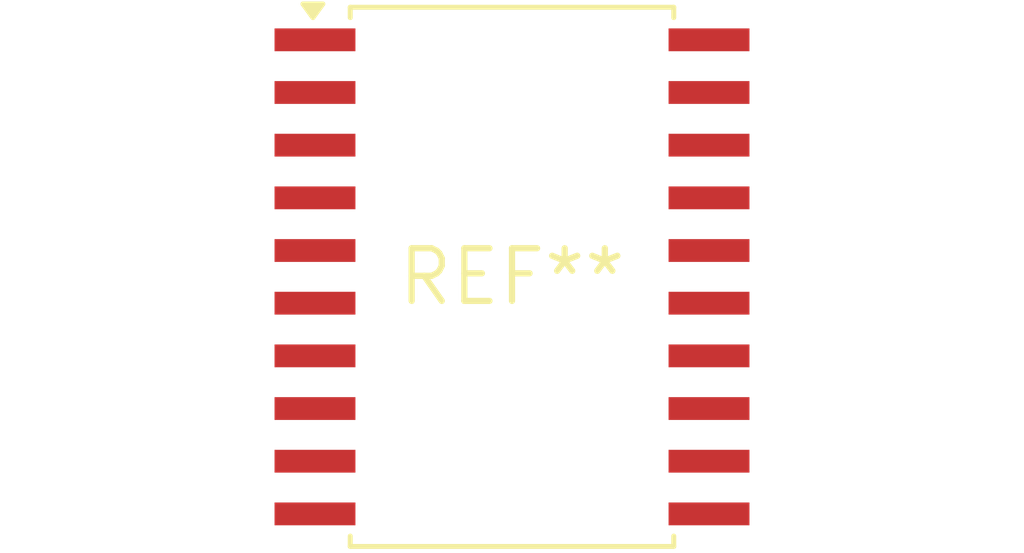
<source format=kicad_pcb>
(kicad_pcb (version 20240108) (generator pcbnew)
  (layers (0 "F.Cu" signal) (31 "B.Cu" signal) (34 "B.Paste" user) (35 "F.Paste" user) (36 "B.SilkS" user "B.Silkscreen") (37 "F.SilkS" user "F.Silkscreen") (38 "B.Mask" user) (39 "F.Mask" user) (44 "Edge.Cuts" user))
  (net 0 "")
  (footprint "Infineon_PG-DSO-20-32" (layer "F.Cu") (at 0 0)
    (property "Reference" "REF**")
    (property "Value" "Infineon_PG-DSO-20-32")
    (fp_line (start -3.9 -6.5) (end 3.9 -6.5) (layer "F.SilkS") (stroke (width 0.12)))
    (fp_line (start -3.9 -6.25) (end -3.9 -6.5) (layer "F.SilkS") (stroke (width 0.12)))
    (fp_line (start -3.9 6.5) (end -3.9 6.25) (layer "F.SilkS") (stroke (width 0.12)))
    (fp_line (start 3.9 -6.25) (end 3.9 -6.5) (layer "F.SilkS") (stroke (width 0.12)))
    (fp_line (start 3.9 6.5) (end -3.9 6.5) (layer "F.SilkS") (stroke (width 0.12)))
    (fp_line (start 3.9 6.5) (end 3.9 6.25) (layer "F.SilkS") (stroke (width 0.12)))
    (fp_poly (pts (xy -4.8 -6.25) (xy -5.04 -6.58) (xy -4.56 -6.58) (xy -4.8 -6.25)) (layer "F.SilkS") (stroke (width 0.12)) (fill solid))
    (pad "1" smd rect (at -4.75 -5.715 90) (size 0.55 1.95) (layers "F.Cu" "F.Paste" "F.Mask"))
    (pad "2" smd rect (at -4.75 -4.445 90) (size 0.55 1.95) (layers "F.Cu" "F.Paste" "F.Mask"))
    (pad "3" smd rect (at -4.75 -3.175 90) (size 0.55 1.95) (layers "F.Cu" "F.Paste" "F.Mask"))
    (pad "4" smd rect (at -4.75 -1.905 90) (size 0.55 1.95) (layers "F.Cu" "F.Paste" "F.Mask"))
    (pad "5" smd rect (at -4.75 -0.635 90) (size 0.55 1.95) (layers "F.Cu" "F.Paste" "F.Mask"))
    (pad "6" smd rect (at -4.75 0.635 90) (size 0.55 1.95) (layers "F.Cu" "F.Paste" "F.Mask"))
    (pad "7" smd rect (at -4.75 1.905 90) (size 0.55 1.95) (layers "F.Cu" "F.Paste" "F.Mask"))
    (pad "8" smd rect (at -4.75 3.175 90) (size 0.55 1.95) (layers "F.Cu" "F.Paste" "F.Mask"))
    (pad "9" smd rect (at -4.75 4.445 90) (size 0.55 1.95) (layers "F.Cu" "F.Paste" "F.Mask"))
    (pad "10" smd rect (at -4.75 5.715 90) (size 0.55 1.95) (layers "F.Cu" "F.Paste" "F.Mask"))
    (pad "11" smd rect (at 4.75 5.715 90) (size 0.55 1.95) (layers "F.Cu" "F.Paste" "F.Mask"))
    (pad "12" smd rect (at 4.75 4.445 90) (size 0.55 1.95) (layers "F.Cu" "F.Paste" "F.Mask"))
    (pad "13" smd rect (at 4.75 3.175 90) (size 0.55 1.95) (layers "F.Cu" "F.Paste" "F.Mask"))
    (pad "14" smd rect (at 4.75 1.905 90) (size 0.55 1.95) (layers "F.Cu" "F.Paste" "F.Mask"))
    (pad "15" smd rect (at 4.75 0.635 90) (size 0.55 1.95) (layers "F.Cu" "F.Paste" "F.Mask"))
    (pad "16" smd rect (at 4.75 -0.635 90) (size 0.55 1.95) (layers "F.Cu" "F.Paste" "F.Mask"))
    (pad "17" smd rect (at 4.75 -1.905 90) (size 0.55 1.95) (layers "F.Cu" "F.Paste" "F.Mask"))
    (pad "18" smd rect (at 4.75 -3.175 90) (size 0.55 1.95) (layers "F.Cu" "F.Paste" "F.Mask"))
    (pad "19" smd rect (at 4.75 -4.445 90) (size 0.55 1.95) (layers "F.Cu" "F.Paste" "F.Mask"))
    (pad "20" smd rect (at 4.75 -5.715 90) (size 0.55 1.95) (layers "F.Cu" "F.Paste" "F.Mask"))
  )
)
</source>
